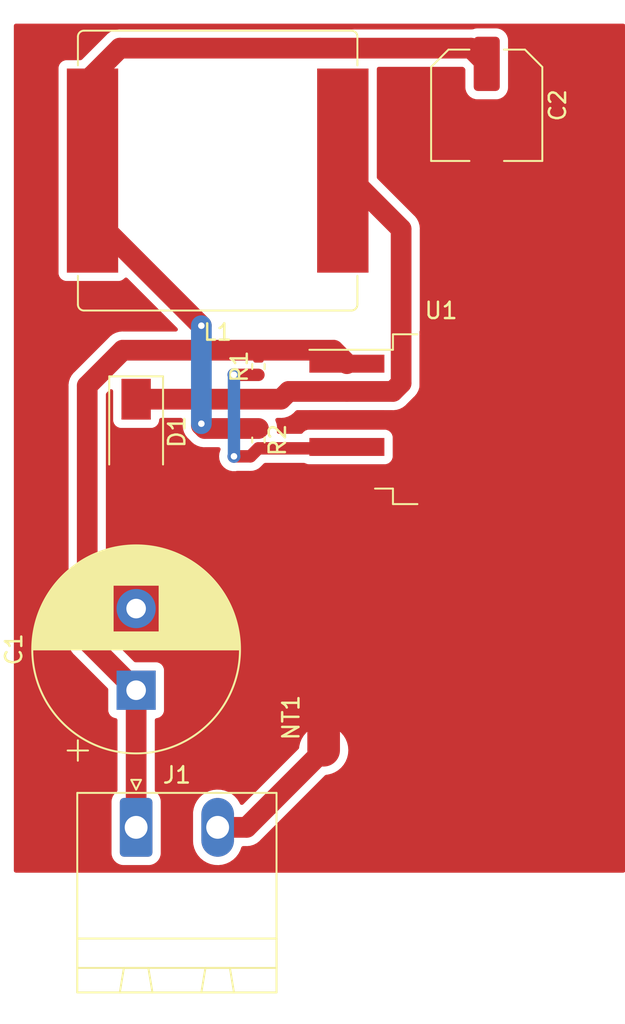
<source format=kicad_pcb>
(kicad_pcb (version 20211014) (generator pcbnew)
  (layers (0 "F.Cu" signal) (31 "B.Cu" signal) (34 "B.Paste" user) (35 "F.Paste" user) (36 "B.SilkS" user "B.Silkscreen") (37 "F.SilkS" user "F.Silkscreen") (38 "B.Mask" user) (39 "F.Mask" user) (44 "Edge.Cuts" user))
  (net 0 "")
  (net 1 "+48V")
  (net 2 "GND1")
  (net 3 "+12V")
  (net 4 "Net-(D1-Pad1)")
  (net 5 "GND")
  (net 6 "Net-(R1-Pad1)")
  (footprint "Diode_SMD:D_SMA" (layer "F.Cu") (at 96.5 137 -90)
    (fp_text reference "D1" (at 0 -2.5 90) (layer "F.SilkS"))
    (fp_text value "1N5824")
    (fp_line (start -3.4 1.65) (end 2 1.65) (layer "F.SilkS") (width 0.12))
    (fp_line (start -3.4 -1.65) (end 2 -1.65) (layer "F.SilkS") (width 0.12))
    (fp_line (start -3.4 -1.65) (end -3.4 1.65) (layer "F.SilkS") (width 0.12))
    (pad "1" smd rect (at -2 0 270) (size 2.5 1.8) (layers "F.Cu" "F.Paste" "F.Mask") (net 4 "Net-(D1-Pad1)"))
    (pad "2" smd rect (at 2 0 270) (size 2.5 1.8) (layers "F.Cu" "F.Paste" "F.Mask") (net 2 "GND1"))
  )
  (footprint "Package_TO_SOT_SMD:TO-263-5_TabPin3" (layer "F.Cu") (at 115.2 136.225)
    (fp_text reference "U1" (at 0 -6.65) (layer "F.SilkS"))
    (fp_text value "LM2596S-12/ADJ")
    (fp_line (start -1.45 5.2) (end -2.95 5.2) (layer "F.SilkS") (width 0.12))
    (fp_line (start -2.95 -4.25) (end -8.075 -4.25) (layer "F.SilkS") (width 0.12))
    (fp_line (start -2.95 4.25) (end -4.05 4.25) (layer "F.SilkS") (width 0.12))
    (fp_line (start -1.45 -5.2) (end -2.95 -5.2) (layer "F.SilkS") (width 0.12))
    (fp_line (start -2.95 -5.2) (end -2.95 -4.25) (layer "F.SilkS") (width 0.12))
    (fp_line (start -2.95 5.2) (end -2.95 4.25) (layer "F.SilkS") (width 0.12))
    (pad "1" smd rect (at -5.775 -3.4) (size 4.6 1.1) (layers "F.Cu" "F.Paste" "F.Mask") (net 1 "+48V"))
    (pad "2" smd rect (at -5.775 -1.7) (size 4.6 1.1) (layers "F.Cu" "F.Paste" "F.Mask") (net 4 "Net-(D1-Pad1)"))
    (pad "3" smd rect (at -5.775 0) (size 4.6 1.1) (layers "F.Cu" "F.Paste" "F.Mask") (net 2 "GND1"))
    (pad "3" smd rect (at 3.375 0) (size 9.4 10.8) (layers "F.Cu" "F.Mask") (net 2 "GND1"))
    (pad "4" smd rect (at -5.775 1.7) (size 4.6 1.1) (layers "F.Cu" "F.Paste" "F.Mask") (net 6 "Net-(R1-Pad1)"))
    (pad "5" smd rect (at -5.775 3.4) (size 4.6 1.1) (layers "F.Cu" "F.Paste" "F.Mask") (net 2 "GND1"))
  )
  (footprint "Capacitor_SMD:C_Elec_6.3x5.8" (layer "F.Cu") (at 118 117 -90)
    (fp_text reference "C2" (at 0 -4.35 90) (layer "F.SilkS"))
    (fp_text value "100u")
    (fp_line (start -3.41 2.345563) (end -2.345563 3.41) (layer "F.SilkS") (width 0.12))
    (fp_line (start 3.41 -3.41) (end 3.41 -1.06) (layer "F.SilkS") (width 0.12))
    (fp_line (start -2.345563 3.41) (end 3.41 3.41) (layer "F.SilkS") (width 0.12))
    (fp_line (start -2.345563 -3.41) (end 3.41 -3.41) (layer "F.SilkS") (width 0.12))
    (fp_line (start -3.41 -2.345563) (end -3.41 -1.06) (layer "F.SilkS") (width 0.12))
    (fp_line (start -3.41 2.345563) (end -3.41 1.06) (layer "F.SilkS") (width 0.12))
    (fp_line (start 3.41 3.41) (end 3.41 1.06) (layer "F.SilkS") (width 0.12))
    (fp_line (start -3.41 -2.345563) (end -2.345563 -3.41) (layer "F.SilkS") (width 0.12))
    (pad "1" smd roundrect (at -2.5375 0 270) (size 3.325 1.6) (layers "F.Cu" "F.Paste" "F.Mask") (roundrect_rratio 0.15625) (net 3 "+12V"))
    (pad "2" smd roundrect (at 2.5375 0 270) (size 3.325 1.6) (layers "F.Cu" "F.Paste" "F.Mask") (roundrect_rratio 0.15625) (net 2 "GND1"))
  )
  (footprint "Connector_Phoenix_MSTB:PhoenixContact_MSTBA_2,5_2-G_1x02_P5.00mm_Horizontal" (layer "F.Cu") (at 96.5 161.2225)
    (fp_text reference "J1" (at 2.5 -3.2) (layer "F.SilkS"))
    (fp_text value "Jack-DC-48V")
    (fp_line (start -0.3 -2.91) (end 0.3 -2.91) (layer "F.SilkS") (width 0.12))
    (fp_line (start -3.61 -2.11) (end -3.61 10.11) (layer "F.SilkS") (width 0.12))
    (fp_line (start 0 -2.31) (end -0.3 -2.91) (layer "F.SilkS") (width 0.12))
    (fp_line (start -3.61 10.11) (end 8.61 10.11) (layer "F.SilkS") (width 0.12))
    (fp_line (start 0.3 -2.91) (end 0 -2.31) (layer "F.SilkS") (width 0.12))
    (fp_line (start 4 10.11) (end 6 10.11) (layer "F.SilkS") (width 0.12))
    (fp_line (start 1 10.11) (end 0.75 8.61) (layer "F.SilkS") (width 0.12))
    (fp_line (start 0.75 8.61) (end -0.75 8.61) (layer "F.SilkS") (width 0.12))
    (fp_line (start 4.25 8.61) (end 4 10.11) (layer "F.SilkS") (width 0.12))
    (fp_line (start 8.61 8.61) (end -3.61 8.61) (layer "F.SilkS") (width 0.12))
    (fp_line (start -1 10.11) (end 1 10.11) (layer "F.SilkS") (width 0.12))
    (fp_line (start -0.75 8.61) (end -1 10.11) (layer "F.SilkS") (width 0.12))
    (fp_line (start -3.61 6.81) (end 8.61 6.81) (layer "F.SilkS") (width 0.12))
    (fp_line (start 8.61 10.11) (end 8.61 -2.11) (layer "F.SilkS") (width 0.12))
    (fp_line (start 8.61 -2.11) (end -3.61 -2.11) (layer "F.SilkS") (width 0.12))
    (fp_line (start 6 10.11) (end 5.75 8.61) (layer "F.SilkS") (width 0.12))
    (fp_line (start 5.75 8.61) (end 4.25 8.61) (layer "F.SilkS") (width 0.12))
    (fp_line (start 8.61 6.81) (end 8.61 8.61) (layer "F.SilkS") (width 0.12))
    (fp_line (start -3.61 8.61) (end -3.61 6.81) (layer "F.SilkS") (width 0.12))
    (pad "1" thru_hole roundrect (at 0 0) (size 2 3.6) (drill 1.4) (layers *.Cu *.Mask) (roundrect_rratio 0.125) (net 1 "+48V"))
    (pad "2" thru_hole oval (at 5 0) (size 2 3.6) (drill 1.4) (layers *.Cu *.Mask) (net 5 "GND"))
  )
  (footprint "Resistor_SMD:R_0402_1005Metric" (layer "F.Cu") (at 104 133 90)
    (fp_text reference "R1" (at 0 -1.17 90) (layer "F.SilkS"))
    (fp_text value "1k")
    (fp_line (start -0.153641 0.38) (end 0.153641 0.38) (layer "F.SilkS") (width 0.12))
    (fp_line (start -0.153641 -0.38) (end 0.153641 -0.38) (layer "F.SilkS") (width 0.12))
    (pad "1" smd roundrect (at -0.51 0 90) (size 0.54 0.64) (layers "F.Cu" "F.Paste" "F.Mask") (net 6 "Net-(R1-Pad1)"))
    (pad "2" smd roundrect (at 0.51 0 90) (size 0.54 0.64) (layers "F.Cu" "F.Paste" "F.Mask") (net 1 "+48V"))
  )
  (footprint "Resistor_SMD:R_0402_1005Metric" (layer "F.Cu") (at 104 137.5 -90)
    (fp_text reference "R2" (at 0 -1.17 90) (layer "F.SilkS"))
    (fp_text value "8.25k")
    (fp_line (start -0.153641 -0.38) (end 0.153641 -0.38) (layer "F.SilkS") (width 0.12))
    (fp_line (start -0.153641 0.38) (end 0.153641 0.38) (layer "F.SilkS") (width 0.12))
    (pad "1" smd roundrect (at -0.51 0 270) (size 0.54 0.64) (layers "F.Cu" "F.Paste" "F.Mask") (net 3 "+12V"))
    (pad "2" smd roundrect (at 0.51 0 270) (size 0.54 0.64) (layers "F.Cu" "F.Paste" "F.Mask") (net 6 "Net-(R1-Pad1)"))
  )
  (footprint "NetTie:NetTie-2_SMD_Pad2.0mm" (layer "F.Cu") (at 108 154.5 90)
    (fp_text reference "NT1" (at 0 -2 90) (layer "F.SilkS"))
    (fp_text value "NetTie_2")
    (fp_poly (pts (xy -2 -1) (xy 2 -1) (xy 2 1) (xy -2 1)) (layer "F.Cu") (width 0) (fill solid))
    (pad "1" smd circle (at -2 0 90) (size 2 2) (layers "F.Cu") (net 5 "GND"))
    (pad "2" smd circle (at 2 0 90) (size 2 2) (layers "F.Cu") (net 2 "GND1"))
  )
  (footprint "Inductor_SMD:L_Bourns_SRP1770TA_16.9x16.9mm" (layer "F.Cu") (at 101.5 121 180)
    (fp_text reference "L1" (at 0 -9.9) (layer "F.SilkS"))
    (fp_text value "100uH")
    (fp_line (start -8.57 -8.2) (end -8.57 -6.45) (layer "F.SilkS") (width 0.12))
    (fp_line (start 8.57 6.45) (end 8.57 8.2) (layer "F.SilkS") (width 0.12))
    (fp_line (start -8.2 -8.57) (end 8.2 -8.57) (layer "F.SilkS") (width 0.12))
    (fp_line (start -8.57 6.45) (end -8.57 8.2) (layer "F.SilkS") (width 0.12))
    (fp_line (start 8.57 -8.2) (end 8.57 -6.45) (layer "F.SilkS") (width 0.12))
    (fp_line (start 8.2 8.57) (end -8.2 8.57) (layer "F.SilkS") (width 0.12))
    (fp_arc (start -8.2 8.571214) (mid -8.451658 8.472888) (end -8.57 8.23) (layer "F.SilkS") (width 0.12))
    (fp_arc (start -8.57 -8.2) (mid -8.46163 -8.46163) (end -8.2 -8.57) (layer "F.SilkS") (width 0.12))
    (fp_arc (start 8.209248 -8.569884) (mid 8.464879 -8.458339) (end 8.57 -8.2) (layer "F.SilkS") (width 0.12))
    (fp_arc (start 8.570135 8.2) (mid 8.458165 8.465237) (end 8.19 8.57) (layer "F.SilkS") (width 0.12))
    (pad "1" smd rect (at -7.675 0 180) (size 3.15 12.5) (layers "F.Cu" "F.Paste" "F.Mask") (net 4 "Net-(D1-Pad1)"))
    (pad "2" smd rect (at 7.675 0 180) (size 3.15 12.5) (layers "F.Cu" "F.Paste" "F.Mask") (net 3 "+12V"))
  )
  (footprint "Capacitor_THT:CP_Radial_D12.5mm_P5.00mm" (layer "F.Cu") (at 96.5 152.823959 90)
    (fp_text reference "C1" (at 2.5 -7.5 90) (layer "F.SilkS"))
    (fp_text value "470u 36+V lowESR")
    (fp_line (start 5.221 -5.721) (end 5.221 -1.44) (layer "F.SilkS") (width 0.12))
    (fp_line (start 5.261 -5.702) (end 5.261 -1.44) (layer "F.SilkS") (width 0.12))
    (fp_line (start 6.061 1.44) (end 6.061 5.243) (layer "F.SilkS") (width 0.12))
    (fp_line (start 7.221 -4.238) (end 7.221 4.238) (layer "F.SilkS") (width 0.12))
    (fp_line (start 7.661 -3.696) (end 7.661 3.696) (layer "F.SilkS") (width 0.12))
    (fp_line (start 3.221 -6.29) (end 3.221 6.29) (layer "F.SilkS") (width 0.12))
    (fp_line (start 7.621 -3.75) (end 7.621 3.75) (layer "F.SilkS") (width 0.12))
    (fp_line (start 4.981 1.44) (end 4.981 5.828) (layer "F.SilkS") (width 0.12))
    (fp_line (start 8.341 -2.504) (end 8.341 2.504) (layer "F.SilkS") (width 0.12))
    (fp_line (start 3.821 1.44) (end 3.821 6.192) (layer "F.SilkS") (width 0.12))
    (fp_line (start 8.781 -1.028) (end 8.781 1.028) (layer "F.SilkS") (width 0.12))
    (fp_line (start 3.981 -6.156) (end 3.981 -1.44) (layer "F.SilkS") (width 0.12))
    (fp_line (start 5.501 1.44) (end 5.501 5.58) (layer "F.SilkS") (width 0.12))
    (fp_line (start 3.901 1.44) (end 3.901 6.175) (layer "F.SilkS") (width 0.12))
    (fp_line (start 4.501 1.44) (end 4.501 6.008) (layer "F.SilkS") (width 0.12))
    (fp_line (start 5.141 -5.758) (end 5.141 -1.44) (layer "F.SilkS") (width 0.12))
    (fp_line (start 4.341 1.44) (end 4.341 6.059) (layer "F.SilkS") (width 0.12))
    (fp_line (start 6.621 -4.819) (end 6.621 4.819) (layer "F.SilkS") (width 0.12))
    (fp_line (start 6.941 -4.528) (end 6.941 4.528) (layer "F.SilkS") (width 0.12))
    (fp_line (start 7.061 -4.408) (end 7.061 4.408) (layer "F.SilkS") (width 0.12))
    (fp_line (start 4.861 1.44) (end 4.861 5.877) (layer "F.SilkS") (width 0.12))
    (fp_line (start -4.317082 -3.575) (end -3.067082 -3.575) (layer "F.SilkS") (width 0.12))
    (fp_line (start 6.781 -4.678) (end 6.781 4.678) (layer "F.SilkS") (width 0.12))
    (fp_line (start 6.141 -5.188) (end 6.141 -1.44) (layer "F.SilkS") (width 0.12))
    (fp_line (start 6.061 -5.243) (end 6.061 -1.44) (layer "F.SilkS") (width 0.12))
    (fp_line (start 3.341 -6.275) (end 3.341 6.275) (layer "F.SilkS") (width 0.12))
    (fp_line (start 8.821 -0.757) (end 8.821 0.757) (layer "F.SilkS") (width 0.12))
    (fp_line (start 4.421 -6.034) (end 4.421 -1.44) (layer "F.SilkS") (width 0.12))
    (fp_line (start 3.18 -6.294) (end 3.18 6.294) (layer "F.SilkS") (width 0.12))
    (fp_line (start 3.701 -6.216) (end 3.701 -1.44) (layer "F.SilkS") (width 0.12))
    (fp_line (start 3.421 -6.264) (end 3.421 6.264) (layer "F.SilkS") (width 0.12))
    (fp_line (start 3.501 -6.252) (end 3.501 6.252) (layer "F.SilkS") (width 0.12))
    (fp_line (start 7.381 -4.055) (end 7.381 4.055) (layer "F.SilkS") (width 0.12))
    (fp_line (start 3.901 -6.175) (end 3.901 -1.44) (layer "F.SilkS") (width 0.12))
    (fp_line (start 7.701 -3.64) (end 7.701 3.64) (layer "F.SilkS") (width 0.12))
    (fp_line (start 4.661 -5.953) (end 4.661 -1.44) (layer "F.SilkS") (width 0.12))
    (fp_line (start 6.461 -4.95) (end 6.461 4.95) (layer "F.SilkS") (width 0.12))
    (fp_line (start 5.581 -5.536) (end 5.581 -1.44) (layer "F.SilkS") (width 0.12))
    (fp_line (start 2.98 -6.312) (end 2.98 6.312) (layer "F.SilkS") (width 0.12))
    (fp_line (start 6.181 1.44) (end 6.181 5.16) (layer "F.SilkS") (width 0.12))
    (fp_line (start 4.181 -6.105) (end 4.181 -1.44) (layer "F.SilkS") (width 0.12))
    (fp_line (start 6.301 1.44) (end 6.301 5.073) (layer "F.SilkS") (width 0.12))
    (fp_line (start 3.661 1.44) (end 3.661 6.224) (layer "F.SilkS") (width 0.12))
    (fp_line (start 3.981 1.44) (end 3.981 6.156) (layer "F.SilkS") (width 0.12))
    (fp_line (start 5.941 -5.322) (end 5.941 -1.44) (layer "F.SilkS") (width 0.12))
    (fp_line (start 4.821 1.44) (end 4.821 5.893) (layer "F.SilkS") (width 0.12))
    (fp_line (start 3.541 -6.245) (end 3.541 6.245) (layer "F.SilkS") (width 0.12))
    (fp_line (start 3.941 -6.166) (end 3.941 -1.44) (layer "F.SilkS") (width 0.12))
    (fp_line (start 7.021 -4.449) (end 7.021 4.449) (layer "F.SilkS") (width 0.12))
    (fp_line (start 3.381 -6.269) (end 3.381 6.269) (layer "F.SilkS") (width 0.12))
    (fp_line (start 4.141 -6.116) (end 4.141 -1.44) (layer "F.SilkS") (width 0.12))
    (fp_line (start 5.661 1.44) (end 5.661 5.491) (layer "F.SilkS") (width 0.12))
    (fp_line (start 7.261 -4.194) (end 7.261 4.194) (layer "F.SilkS") (width 0.12))
    (fp_line (start 4.141 1.44) (end 4.141 6.116) (layer "F.SilkS") (width 0.12))
    (fp_line (start 3.781 1.44) (end 3.781 6.201) (layer "F.SilkS") (width 0.12))
    (fp_line (start 4.101 1.44) (end 4.101 6.126) (layer "F.SilkS") (width 0.12))
    (fp_line (start 4.461 -6.021) (end 4.461 -1.44) (layer "F.SilkS") (width 0.12))
    (fp_line (start 5.621 1.44) (end 5.621 5.514) (layer "F.SilkS") (width 0.12))
    (fp_line (start 4.221 -6.094) (end 4.221 -1.44) (layer "F.SilkS") (width 0.12))
    (fp_line (start 7.981 -3.208) (end 7.981 3.208) (layer "F.SilkS") (width 0.12))
    (fp_line (start 7.101 -4.367) (end 7.101 4.367) (layer "F.SilkS") (width 0.12))
    (fp_line (start 4.821 -5.893) (end 4.821 -1.44) (layer "F.SilkS") (width 0.12))
    (fp_line (start 2.78 -6.324) (end 2.78 6.324) (layer "F.SilkS") (width 0.12))
    (fp_line (start 4.501 -6.008) (end 4.501 -1.44) (layer "F.SilkS") (width 0.12))
    (fp_line (start 7.301 -4.148) (end 7.301 4.148) (layer "F.SilkS") (width 0.12))
    (fp_line (start 5.661 -5.491) (end 5.661 -1.44) (layer "F.SilkS") (width 0.12))
    (fp_line (start 4.861 -5.877) (end 4.861 -1.44) (layer "F.SilkS") (width 0.12))
    (fp_line (start 4.941 -5.845) (end 4.941 -1.44) (layer "F.SilkS") (width 0.12))
    (fp_line (start 5.381 1.44) (end 5.381 5.642) (layer "F.SilkS") (width 0.12))
    (fp_line (start 4.741 1.44) (end 4.741 5.924) (layer "F.SilkS") (width 0.12))
    (fp_line (start 5.861 -5.372) (end 5.861 -1.44) (layer "F.SilkS") (width 0.12))
    (fp_line (start 5.301 1.44) (end 5.301 5.682) (layer "F.SilkS") (width 0.12))
    (fp_line (start 7.181 -4.282) (end 7.181 4.282) (layer "F.SilkS") (width 0.12))
    (fp_line (start 8.061 -3.069) (end 8.061 3.069) (layer "F.SilkS") (width 0.12))
    (fp_line (start 8.861 -0.317) (end 8.861 0.317) (layer "F.SilkS") (width 0.12))
    (fp_line (start 6.581 -4.852) (end 6.581 4.852) (layer "F.SilkS") (width 0.12))
    (fp_line (start 5.301 -5.682) (end 5.301 -1.44) (layer "F.SilkS") (width 0.12))
    (fp_line (start 6.381 1.44) (end 6.381 5.012) (layer "F.SilkS") (width 0.12))
    (fp_line (start 8.661 -1.583) (end 8.661 1.583) (layer "F.SilkS") (width 0.12))
    (fp_line (start 6.341 -5.043) (end 6.341 -1.44) (layer "F.SilkS") (width 0.12))
    (fp_line (start 8.021 -3.14) (end 8.021 3.14) (layer "F.SilkS") (width 0.12))
    (fp_line (start 3.621 -6.231) (end 3.621 -1.44) (layer "F.SilkS") (width 0.12))
    (fp_line (start 2.62 -6.329) (end 2.62 6.329) (layer "F.SilkS") (width 0.12))
    (fp_line (start 4.701 -5.939) (end 4.701 -1.44) (layer "F.SilkS") (width 0.12))
    (fp_line (start 4.341 -6.059) (end 4.341 -1.44) (layer "F.SilkS") (width 0.12))
    (fp_line (start 5.341 -5.662) (end 5.341 -1.44) (layer "F.SilkS") (width 0.12))
    (fp_line (start 4.781 -5.908) (end 4.781 -1.44) (layer "F.SilkS") (width 0.12))
    (fp_line (start 5.701 -5.468) (end 5.701 -1.44) (layer "F.SilkS") (width 0.12))
    (fp_line (start 8.421 -2.312) (end 8.421 2.312) (layer "F.SilkS") (width 0.12))
    (fp_line (start 7.861 -3.402) (end 7.861 3.402) (layer "F.SilkS") (width 0.12))
    (fp_line (start 3.861 -6.184) (end 3.861 -1.44) (layer "F.SilkS") (width 0.12))
    (fp_line (start 5.261 1.44) (end 5.261 5.702) (layer "F.SilkS") (width 0.12))
    (fp_line (start 8.621 -1.728) (end 8.621 1.728) (layer "F.SilkS") (width 0.12))
    (fp_line (start 6.701 -4.75) (end 6.701 4.75) (layer "F.SilkS") (width 0.12))
    (fp_line (start 8.141 -2.921) (end 8.141 2.921) (layer "F.SilkS") (width 0.12))
    (fp_line (start 5.501 -5.58) (end 5.501 -1.44) (layer "F.SilkS") (width 0.12))
    (fp_line (start 4.701 1.44) (end 4.701 5.939) (layer "F.SilkS") (width 0.12))
    (fp_line (start 5.861 1.44) (end 5.861 5.372) (layer "F.SilkS") (width 0.12))
    (fp_line (start 2.94 -6.315) (end 2.94 6.315) (layer "F.SilkS") (width 0.12))
    (fp_line (start 4.021 1.44) (end 4.021 6.146) (layer "F.SilkS") (width 0.12))
    (fp_line (start 3.861 1.44) (end 3.861 6.184) (layer "F.SilkS") (width 0.12))
    (fp_line (start 4.621 1.44) (end 4.621 5.967) (layer "F.SilkS") (width 0.12))
    (fp_line (start 5.421 1.44) (end 5.421 5.622) (layer "F.SilkS") (width 0.12))
    (fp_line (start 3.941 1.44) (end 3.941 6.166) (layer "F.SilkS") (width 0.12))
    (fp_line (start 4.221 1.44) (end 4.221 6.094) (layer "F.SilkS") (width 0.12))
    (fp_line (start 4.301 -6.071) (end 4.301 -1.44) (layer "F.SilkS") (width 0.12))
    (fp_line (start 3.1 -6.302) (end 3.1 6.302) (layer "F.SilkS") (width 0.12))
    (fp_line (start 6.741 -4.714) (end 6.741 4.714) (layer "F.SilkS") (width 0.12))
    (fp_line (start 2.9 -6.318) (end 2.9 6.318) (layer "F.SilkS") (width 0.12))
    (fp_line (start 5.141 1.44) (end 5.141 5.758) (layer "F.SilkS") (width 0.12))
    (fp_line (start 6.421 -4.982) (end 6.421 -1.44) (layer "F.SilkS") (width 0.12))
    (fp_line (start 5.941 1.44) (end 5.941 5.322) (layer "F.SilkS") (width 0.12))
    (fp_line (start 3.301 -6.28) (end 3.301 6.28) (layer "F.SilkS") (width 0.12))
    (fp_line (start 5.781 1.44) (end 5.781 5.421) (layer "F.SilkS") (width 0.12))
    (fp_line (start 7.941 -3.275) (end 7.941 3.275) (layer "F.SilkS") (width 0.12))
    (fp_line (start 3.701 1.44) (end 3.701 6.216) (layer "F.SilkS") (width 0.12))
    (fp_line (start 4.741 -5.924) (end 4.741 -1.44) (layer "F.SilkS") (width 0.12))
    (fp_line (start 5.541 1.44) (end 5.541 5.558) (layer "F.SilkS") (width 0.12))
    (fp_line (start 6.181 -5.16) (end 6.181 -1.44) (layer "F.SilkS") (width 0.12))
    (fp_line (start 2.7 -6.327) (end 2.7 6.327) (layer "F.SilkS") (width 0.12))
    (fp_line (start 5.061 -5.793) (end 5.061 -1.44) (layer "F.SilkS") (width 0.12))
    (fp_line (start 5.981 -5.296) (end 5.981 -1.44) (layer "F.SilkS") (width 0.12))
    (fp_line (start 6.861 -4.605) (end 6.861 4.605) (layer "F.SilkS") (width 0.12))
    (fp_line (start 5.101 1.44) (end 5.101 5.776) (layer "F.SilkS") (width 0.12))
    (fp_line (start 3.741 1.44) (end 3.741 6.209) (layer "F.SilkS") (width 0.12))
    (fp_line (start 4.581 -5.981) (end 4.581 -1.44) (layer "F.SilkS") (width 0.12))
    (fp_line (start 6.661 -4.785) (end 6.661 4.785) (layer "F.SilkS") (width 0.12))
    (fp_line (start 5.581 1.44) (end 5.581 5.536) (layer "F.SilkS") (width 0.12))
    (fp_line (start 3.461 -6.258) (end 3.461 6.258) (layer "F.SilkS") (width 0.12))
    (fp_line (start 8.541 -1.984) (end 8.541 1.984) (layer "F.SilkS") (width 0.12))
    (fp_line (start 3.621 1.44) (end 3.621 6.231) (layer "F.SilkS") (width 0.12))
    (fp_line (start 5.781 -5.421) (end 5.781 -1.44) (layer "F.SilkS") (width 0.12))
    (fp_line (start 4.181 1.44) (end 4.181 6.105) (layer "F.SilkS") (width 0.12))
    (fp_line (start 5.181 -5.739) (end 5.181 -1.44) (layer "F.SilkS") (width 0.12))
    (fp_line (start 8.381 -2.41) (end 8.381 2.41) (layer "F.SilkS") (width 0.12))
    (fp_line (start -3.692082 -4.2) (end -3.692082 -2.95) (layer "F.SilkS") (width 0.12))
    (fp_line (start 6.901 -4.567) (end 6.901 4.567) (layer "F.SilkS") (width 0.12))
    (fp_line (start 5.821 -5.397) (end 5.821 -1.44) (layer "F.SilkS") (width 0.12))
    (fp_line (start 8.261 -2.681) (end 8.261 2.681) (layer "F.SilkS") (width 0.12))
    (fp_line (start 3.581 1.44) (end 3.581 6.238) (layer "F.SilkS") (width 0.12))
    (fp_line (start 4.421 1.44) (end 4.421 6.034) (layer "F.SilkS") (width 0.12))
    (fp_line (start 8.181 -2.844) (end 8.181 2.844) (layer "F.SilkS") (width 0.12))
    (fp_line (start 4.261 -6.083) (end 4.261 -1.44) (layer "F.SilkS") (width 0.12))
    (fp_line (start 5.621 -5.514) (end 5.621 -1.44) (layer "F.SilkS") (width 0.12))
    (fp_line (start 7.901 -3.339) (end 7.901 3.339) (layer "F.SilkS") (width 0.12))
    (fp_line (start 8.701 -1.422) (end 8.701 1.422) (layer "F.SilkS") (width 0.12))
    (fp_line (start 4.461 1.44) (end 4.461 6.021) (layer "F.SilkS") (width 0.12))
    (fp_line (start 7.501 -3.907) (end 7.501 3.907) (layer "F.SilkS") (width 0.12))
    (fp_line (start 2.74 -6.326) (end 2.74 6.326) (layer "F.SilkS") (width 0.12))
    (fp_line (start 6.501 -4.918) (end 6.501 4.918) (layer "F.SilkS") (width 0.12))
    (fp_line (start 3.821 -6.192) (end 3.821 -1.44) (layer "F.SilkS") (width 0.12))
    (fp_line (start 3.261 -6.285) (end 3.261 6.285) (layer "F.SilkS") (width 0.12))
    (fp_line (start 6.261 -5.102) (end 6.261 -1.44) (layer "F.SilkS") (width 0.12))
    (fp_line (start 5.741 1.44) (end 5.741 5.445) (layer "F.SilkS") (width 0.12))
    (fp_line (start 4.381 1.44) (end 4.381 6.047) (layer "F.SilkS") (width 0.12))
    (fp_line (start 3.781 -6.201) (end 3.781 -1.44) (layer "F.SilkS") (width 0.12))
    (fp_line (start 6.981 -4.489) (end 6.981 4.489) (layer "F.SilkS") (width 0.12))
    (fp_line (start 6.221 1.44) (end 6.221 5.131) (layer "F.SilkS") (width 0.12))
    (fp_line (start 8.581 -1.861) (end 8.581 1.861) (layer "F.SilkS") (width 0.12))
    (fp_line (start 6.141 1.44) (end 6.141 5.188) (layer "F.SilkS") (width 0.12))
    (fp_line (start 4.101 -6.126) (end 4.101 -1.44) (layer "F.SilkS") (width 0.12))
    (fp_line (start 8.301 -2.594) (end 8.301 2.594) (layer "F.SilkS") (width 0.12))
    (fp_line (start 4.061 1.44) (end 4.061 6.137) (layer "F.SilkS") (width 0.12))
    (fp_line (start 6.221 -5.131) (end 6.221 -1.44) (layer "F.SilkS") (width 0.12))
    (fp_line (start 2.5 -6.33) (end 2.5 6.33) (layer "F.SilkS") (width 0.12))
    (fp_line (start 5.381 -5.642) (end 5.381 -1.44) (layer "F.SilkS") (width 0.12))
    (fp_line (start 3.581 -6.238) (end 3.581 -1.44) (layer "F.SilkS") (width 0.12))
    (fp_line (start 5.421 -5.622) (end 5.421 -1.44) (layer "F.SilkS") (width 0.12))
    (fp_line (start 4.621 -5.967) (end 4.621 -1.44) (layer "F.SilkS") (width 0.12))
    (fp_line (start 5.461 -5.601) (end 5.461 -1.44) (layer "F.SilkS") (width 0.12))
    (fp_line (start 6.541 -4.885) (end 6.541 4.885) (layer "F.SilkS") (width 0.12))
    (fp_line (start 7.141 -4.325) (end 7.141 4.325) (layer "F.SilkS") (width 0.12))
    (fp_line (start 2.54 -6.33) (end 2.54 6.33) (layer "F.SilkS") (width 0.12))
    (fp_line (start 7.741 -3.583) (end 7.741 3.583) (layer "F.SilkS") (width 0.12))
    (fp_line (start 5.741 -5.445) (end 5.741 -1.44) (layer "F.SilkS") (width 0.12))
    (fp_line (start 8.221 -2.764) (end 8.221 2.764) (layer "F.SilkS") (width 0.12))
    (fp_line (start 5.901 -5.347) (end 5.901 -1.44) (layer "F.SilkS") (width 0.12))
    (fp_line (start 2.82 -6.322) (end 2.82 6.322) (layer "F.SilkS") (width 0.12))
    (fp_line (start 4.301 1.44) (end 4.301 6.071) (layer "F.SilkS") (width 0.12))
    (fp_line (start 3.661 -6.224) (end 3.661 -1.44) (layer "F.SilkS") (width 0.12))
    (fp_line (start 5.101 -5.776) (end 5.101 -1.44) (layer "F.SilkS") (width 0.12))
    (fp_line (start 5.541 -5.558) (end 5.541 -1.44) (layer "F.SilkS") (width 0.12))
    (fp_line (start 4.541 -5.995) (end 4.541 -1.44) (layer "F.SilkS") (width 0.12))
    (fp_line (start 6.421 1.44) (end 6.421 4.982) (layer "F.SilkS") (width 0.12))
    (fp_line (start 5.061 1.44) (end 5.061 5.793) (layer "F.SilkS") (width 0.12))
    (fp_line (start 4.901 -5.861) (end 4.901 -1.44) (layer "F.SilkS") (width 0.12))
    (fp_line (start 4.941 1.44) (end 4.941 5.845) (layer "F.SilkS") (width 0.12))
    (fp_line (start 4.541 1.44) (end 4.541 5.995) (layer "F.SilkS") (width 0.12))
    (fp_line (start 5.701 1.44) (end 5.701 5.468) (layer "F.SilkS") (width 0.12))
    (fp_line (start 4.901 1.44) (end 4.901 5.861) (layer "F.SilkS") (width 0.12))
    (fp_line (start 6.341 1.44) (end 6.341 5.043) (layer "F.SilkS") (width 0.12))
    (fp_line (start 4.381 -6.047) (end 4.381 -1.44) (layer "F.SilkS") (width 0.12))
    (fp_line (start 3.741 -6.209) (end 3.741 -1.44) (layer "F.SilkS") (width 0.12))
    (fp_line (start 5.021 1.44) (end 5.021 5.811) (layer "F.SilkS") (width 0.12))
    (fp_line (start 8.501 -2.1) (end 8.501 2.1) (layer "F.SilkS") (width 0.12))
    (fp_line (start 4.981 -5.828) (end 4.981 -1.44) (layer "F.SilkS") (width 0.12))
    (fp_line (start 3.02 -6.309) (end 3.02 6.309) (layer "F.SilkS") (width 0.12))
    (fp_line (start 2.86 -6.32) (end 2.86 6.32) (layer "F.SilkS") (width 0.12))
    (fp_line (start 7.581 -3.804) (end 7.581 3.804) (layer "F.SilkS") (width 0.12))
    (fp_line (start 6.821 -4.642) (end 6.821 4.642) (layer "F.SilkS") (width 0.12))
    (fp_line (start 4.661 1.44) (end 4.661 5.953) (layer "F.SilkS") (width 0.12))
    (fp_line (start 6.021 1.44) (end 6.021 5.27) (layer "F.SilkS") (width 0.12))
    (fp_line (start 2.58 -6.33) (end 2.58 6.33) (layer "F.SilkS") (width 0.12))
    (fp_line (start 7.821 -3.464) (end 7.821 3.464) (layer "F.SilkS") (width 0.12))
    (fp_line (start 5.021 -5.811) (end 5.021 -1.44) (layer "F.SilkS") (width 0.12))
    (fp_line (start 4.781 1.44) (end 4.781 5.908) (layer "F.SilkS") (width 0.12))
    (fp_line (start 6.021 -5.27) (end 6.021 -1.44) (layer "F.SilkS") (width 0.12))
    (fp_line (start 6.381 -5.012) (end 6.381 -1.44) (layer "F.SilkS") (width 0.12))
    (fp_line (start 3.06 -6.306) (end 3.06 6.306) (layer "F.SilkS") (width 0.12))
    (fp_line (start 4.021 -6.146) (end 4.021 -1.44) (layer "F.SilkS") (width 0.12))
    (fp_line (start 6.261 1.44) (end 6.261 5.102) (layer "F.SilkS") (width 0.12))
    (fp_line (start 5.901 1.44) (end 5.901 5.347) (layer "F.SilkS") (width 0.12))
    (fp_line (start 7.461 -3.957) (end 7.461 3.957) (layer "F.SilkS") (width 0.12))
    (fp_line (start 5.821 1.44) (end 5.821 5.397) (layer "F.SilkS") (width 0.12))
    (fp_line (start 3.14 -6.298) (end 3.14 6.298) (layer "F.SilkS") (width 0.12))
    (fp_line (start 5.981 1.44) (end 5.981 5.296) (layer "F.SilkS") (width 0.12))
    (fp_line (start 7.541 -3.856) (end 7.541 3.856) (layer "F.SilkS") (width 0.12))
    (fp_line (start 8.461 -2.209) (end 8.461 2.209) (layer "F.SilkS") (width 0.12))
    (fp_line (start 7.781 -3.524) (end 7.781 3.524) (layer "F.SilkS") (width 0.12))
    (fp_line (start 4.061 -6.137) (end 4.061 -1.44) (layer "F.SilkS") (width 0.12))
    (fp_line (start 5.221 1.44) (end 5.221 5.721) (layer "F.SilkS") (width 0.12))
    (fp_line (start 6.101 1.44) (end 6.101 5.216) (layer "F.SilkS") (width 0.12))
    (fp_line (start 5.181 1.44) (end 5.181 5.739) (layer "F.SilkS") (width 0.12))
    (fp_line (start 5.341 1.44) (end 5.341 5.662) (layer "F.SilkS") (width 0.12))
    (fp_line (start 5.461 1.44) (end 5.461 5.601) (layer "F.SilkS") (width 0.12))
    (fp_line (start 2.66 -6.328) (end 2.66 6.328) (layer "F.SilkS") (width 0.12))
    (fp_line (start 6.301 -5.073) (end 6.301 -1.44) (layer "F.SilkS") (width 0.12))
    (fp_line (start 8.101 -2.996) (end 8.101 2.996) (layer "F.SilkS") (width 0.12))
    (fp_line (start 7.341 -4.102) (end 7.341 4.102) (layer "F.SilkS") (width 0.12))
    (fp_line (start 8.741 -1.241) (end 8.741 1.241) (layer "F.SilkS") (width 0.12))
    (fp_line (start 4.261 1.44) (end 4.261 6.083) (layer "F.SilkS") (width 0.12))
    (fp_line (start 6.101 -5.216) (end 6.101 -1.44) (layer "F.SilkS") (width 0.12))
    (fp_line (start 4.581 1.44) (end 4.581 5.981) (layer "F.SilkS") (width 0.12))
    (fp_line (start 7.421 -4.007) (end 7.421 4.007) (layer "F.SilkS") (width 0.12))
    (fp_circle (center 2.5 0) (end 8.87 0) (layer "F.SilkS") (width 0.12) (fill none))
    (pad "1" thru_hole rect (at 0 0 90) (size 2.4 2.4) (drill 1.2) (layers *.Cu *.Mask) (net 1 "+48V"))
    (pad "2" thru_hole circle (at 5 0 90) (size 2.4 2.4) (drill 1.2) (layers *.Cu *.Mask) (net 2 "GND1"))
  )
  (segment (start 108.6 132) (end 95.68 132) (width 1.27) (layer "F.Cu") (net 1))
  (segment (start 93.5 134.18) (end 93.5 149.823959) (width 1.27) (layer "F.Cu") (net 1))
  (segment (start 109.425 132.825) (end 108.6 132) (width 1.27) (layer "F.Cu") (net 1))
  (segment (start 95.68 132) (end 93.5 134.18) (width 1.27) (layer "F.Cu") (net 1))
  (segment (start 93.5 149.823959) (end 96.5 152.823959) (width 1.27) (layer "F.Cu") (net 1))
  (segment (start 96.5 161.2225) (end 96.5 152.823959) (width 1.27) (layer "F.Cu") (net 1))
  (segment (start 93.825 121) (end 93.825 115.175) (width 1.27) (layer "F.Cu") (net 3))
  (segment (start 95.5 113.5) (end 117.0375 113.5) (width 1.27) (layer "F.Cu") (net 3))
  (segment (start 100.5 136.5) (end 100.5 136.59) (width 1.27) (layer "F.Cu") (net 3))
  (segment (start 93.825 115.175) (end 95.5 113.5) (width 1.27) (layer "F.Cu") (net 3))
  (segment (start 100.5 136.59) (end 100.705 136.795) (width 1.27) (layer "F.Cu") (net 3))
  (segment (start 100.705 136.795) (end 104 136.795) (width 1.27) (layer "F.Cu") (net 3))
  (segment (start 117.0375 113.5) (end 118 114.4625) (width 1.27) (layer "F.Cu") (net 3))
  (segment (start 93.825 121) (end 93.825 123.825) (width 1.27) (layer "F.Cu") (net 3))
  (segment (start 93.825 123.825) (end 100.5 130.5) (width 1.27) (layer "F.Cu") (net 3))
  (via (at 100.5 130.5) (size 0.8) (drill 0.4) (layers "F.Cu" "B.Cu") (net 3))
  (via (at 100.5 136.5) (size 0.8) (drill 0.4) (layers "F.Cu" "B.Cu") (net 3))
  (segment (start 100.5 130.5) (end 100.5 136.5) (width 1.27) (layer "B.Cu") (net 3))
  (segment (start 96.5 135) (end 105.38 135) (width 1.27) (layer "F.Cu") (net 4))
  (segment (start 109.425 134.525) (end 112.245 134.525) (width 1.27) (layer "F.Cu") (net 4))
  (segment (start 112.245 134.525) (end 112.75 134.02) (width 1.27) (layer "F.Cu") (net 4))
  (segment (start 105.38 135) (end 105.855 134.525) (width 1.27) (layer "F.Cu") (net 4))
  (segment (start 112.75 134.02) (end 112.75 124.575) (width 1.27) (layer "F.Cu") (net 4))
  (segment (start 105.855 134.525) (end 109.425 134.525) (width 1.27) (layer "F.Cu") (net 4))
  (segment (start 112.75 124.575) (end 109.175 121) (width 1.27) (layer "F.Cu") (net 4))
  (segment (start 101.5 161.2225) (end 103.2775 161.2225) (width 1.27) (layer "F.Cu") (net 5))
  (segment (start 103.2775 161.2225) (end 108 156.5) (width 1.27) (layer "F.Cu") (net 5))
  (segment (start 102.5 138.5) (end 103.51 138.5) (width 0.76) (layer "F.Cu") (net 6))
  (segment (start 103.51 138.5) (end 104 138.01) (width 0.76) (layer "F.Cu") (net 6))
  (segment (start 104 138.01) (end 109.34 138.01) (width 0.76) (layer "F.Cu") (net 6))
  (segment (start 102.51 133.51) (end 102.5 133.5) (width 0.76) (layer "F.Cu") (net 6))
  (segment (start 109.34 138.01) (end 109.425 137.925) (width 0.76) (layer "F.Cu") (net 6))
  (segment (start 104 133.51) (end 102.51 133.51) (width 0.76) (layer "F.Cu") (net 6))
  (via (at 102.5 138.5) (size 0.8) (drill 0.4) (layers "F.Cu" "B.Cu") (net 6))
  (via (at 102.5 133.5) (size 0.8) (drill 0.4) (layers "F.Cu" "B.Cu") (net 6))
  (segment (start 102.5 133.5) (end 102.5 138.5) (width 0.76) (layer "B.Cu") (net 6))
  (zone (net 2) (net_name "GND1") (layer "F.Cu") (connect_pads yes (clearance 0.508)) (min_thickness 0.254) (fill yes (thermal_gap 0.4) (thermal_bridge_width 1))
    (polygon (pts (xy 126.5 164) (xy 89 164) (xy 89 112) (xy 126.5 112)))
  )
)
</source>
